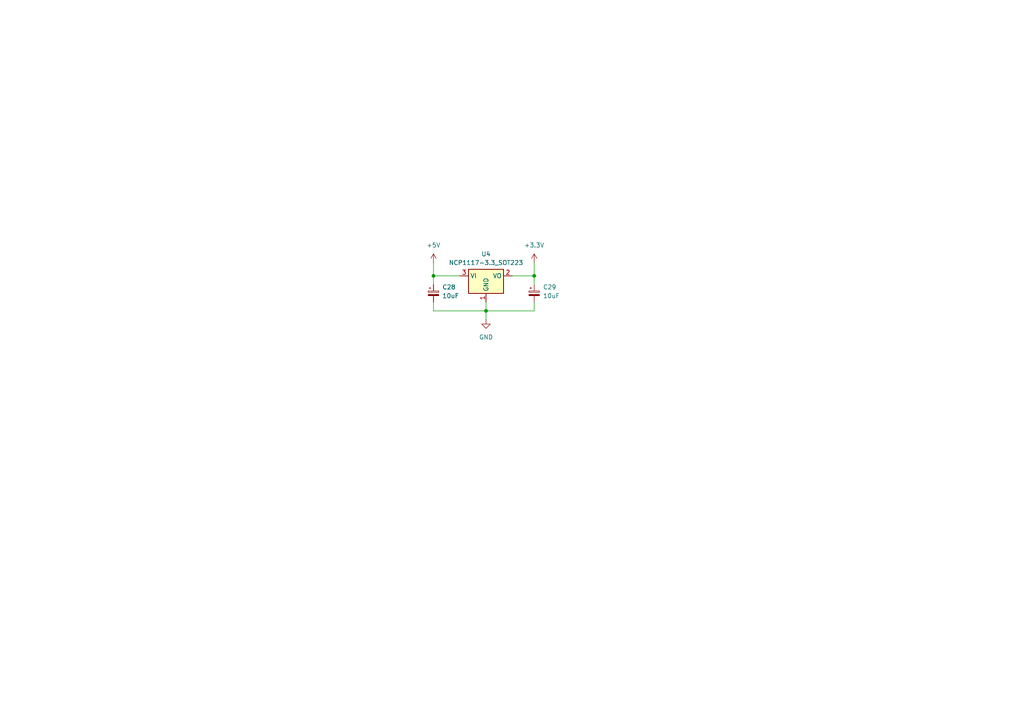
<source format=kicad_sch>
(kicad_sch (version 20250114) (generator "eeschema") (generator_version "9.0")
  (paper "A4")
  (title_block (title "POWER SUPPLY") (date "2025-02-21") (rev "0.1") (company "HUNTER INC."))
  (lib_symbols
    (symbol "Device:C_Polarized_Small" (pin_numbers (hide yes)) (pin_names (offset 0.254) (hide yes))
      (property "Reference" "C" (at 0.254 1.778 0))
      (property "Value" "C_Polarized_Small" (at 0.254 -2.032 0))
      (symbol "C_Polarized_Small_0_1"
        (rectangle (start -1.524 0.6858) (end 1.524 0.3048))
        (rectangle (start -1.524 -0.3048) (end 1.524 -0.6858) (fill (type outline)))
        (polyline (pts (xy -1.27 1.524) (xy -0.762 1.524)))
        (polyline (pts (xy -1.016 1.27) (xy -1.016 1.778)))
      )
      (symbol "C_Polarized_Small_1_1"
        (pin passive line (at 0 2.54 270) (length 1.8542) (name "~") (number "1"))
        (pin passive line (at 0 -2.54 90) (length 1.8542) (name "~") (number "2"))
      )
    )
    (symbol "Regulator_Linear:NCP1117-3.3_SOT223"
      (property "Reference" "U" (at -3.81 3.175 0))
      (property "Value" "NCP1117-3.3_SOT223" (at 0 3.175 0))
      (symbol "NCP1117-3.3_SOT223_0_1"
        (rectangle (start -5.08 -5.08) (end 5.08 1.905) (stroke (width 0.254)) (fill (type background)))
      )
      (symbol "NCP1117-3.3_SOT223_1_1"
        (pin power_in line (at -7.62 0 0) (length 2.54) (name "VI") (number "3"))
        (pin power_in line (at 0 -7.62 90) (length 2.54) (name "GND") (number "1"))
        (pin power_out line (at 7.62 0 180) (length 2.54) (name "VO") (number "2"))
      )
    )
    (symbol "power:+3.3V" (power) (pin_numbers (hide yes)) (pin_names (offset 0) (hide yes))
      (property "Value" "+3.3V" (at 0 3.556 0))
      (symbol "+3.3V_0_1"
        (polyline (pts (xy -0.762 1.27) (xy 0 2.54)))
        (polyline (pts (xy 0 2.54) (xy 0.762 1.27)))
        (polyline (pts (xy 0 0) (xy 0 2.54)))
      )
      (symbol "+3.3V_1_1"
        (pin power_in line (at 0 0 90) (length 0) (name "~") (number "1"))
      )
    )
    (symbol "power:+5V" (power) (pin_numbers (hide yes)) (pin_names (offset 0) (hide yes))
      (property "Value" "+5V" (at 0 3.556 0))
      (symbol "+5V_0_1"
        (polyline (pts (xy -0.762 1.27) (xy 0 2.54)))
        (polyline (pts (xy 0 2.54) (xy 0.762 1.27)))
        (polyline (pts (xy 0 0) (xy 0 2.54)))
      )
      (symbol "+5V_1_1"
        (pin power_in line (at 0 0 90) (length 0) (name "~") (number "1"))
      )
    )
    (symbol "power:GND" (power) (pin_numbers (hide yes)) (pin_names (offset 0) (hide yes))
      (property "Value" "GND" (at 0 -3.81 0))
      (symbol "GND_0_1"
        (polyline (pts (xy 0 0) (xy 0 -1.27) (xy 1.27 -1.27) (xy 0 -2.54) (xy -1.27 -1.27) (xy 0 -1.27)))
      )
      (symbol "GND_1_1"
        (pin power_in line (at 0 0 270) (length 0) (name "~") (number "1"))
      )
    )
  )
  (junction (at 140.97 90.17))
  (junction (at 154.94 80.01))
  (junction (at 125.73 80.01))
  (wire (pts (xy 154.94 90.17) (xy 140.97 90.17)))
  (wire (pts (xy 154.94 80.01) (xy 154.94 82.55)))
  (wire (pts (xy 140.97 90.17) (xy 140.97 92.71)))
  (wire (pts (xy 148.59 80.01) (xy 154.94 80.01)))
  (wire (pts (xy 133.35 80.01) (xy 125.73 80.01)))
  (wire (pts (xy 125.73 80.01) (xy 125.73 82.55)))
  (wire (pts (xy 125.73 76.2) (xy 125.73 80.01)))
  (wire (pts (xy 125.73 87.63) (xy 125.73 90.17)))
  (wire (pts (xy 154.94 76.2) (xy 154.94 80.01)))
  (wire (pts (xy 140.97 90.17) (xy 140.97 87.63)))
  (wire (pts (xy 154.94 87.63) (xy 154.94 90.17)))
  (wire (pts (xy 125.73 90.17) (xy 140.97 90.17)))
  (symbol (lib_id "power:GND") (at 140.97 92.71 0) (unit 1)
    (property "Reference" "#PWR048" (effects (hide yes)))
    (property "Value" "GND" (at 140.97 97.79 0))
    (property "Description" "Power symbol creates a global label with name \"GND\" , ground" (effects (hide yes)))
  )
  (symbol (lib_id "Device:C_Polarized_Small") (at 125.73 85.09 0) (unit 1)
    (property "Reference" "C28" (at 128.27 83.2738 0) (effects (justify left)))
    (property "Value" "10uF" (at 128.27 85.8138 0) (effects (justify left)))
    (property "Footprint" "Capacitor_SMD:CP_Elec_4x3" (effects (hide yes)))
    (property "Description" "Polarized capacitor, small symbol" (effects (hide yes)))
    (property "LCSC" "C13585" (effects (hide yes)))
  )
  (symbol (lib_id "Regulator_Linear:NCP1117-3.3_SOT223") (at 140.97 80.01 0) (unit 1)
    (property "Reference" "U4" (at 140.97 73.66 0))
    (property "Value" "NCP1117-3.3_SOT223" (at 140.97 76.2 0))
    (property "Footprint" "Package_TO_SOT_SMD:SOT-223-3_TabPin2" (effects (hide yes)))
    (property "Datasheet" "http://www.onsemi.com/pub_link/Collateral/NCP1117-D.PDF" (effects (hide yes)))
    (property "Description" "1A Low drop-out regulator, Fixed Output 3.3V, SOT-223" (effects (hide yes)))
  )
  (symbol (lib_id "Device:C_Polarized_Small") (at 154.94 85.09 0) (unit 1)
    (property "Reference" "C29" (at 157.48 83.2738 0) (effects (justify left)))
    (property "Value" "10uF" (at 157.48 85.8138 0) (effects (justify left)))
    (property "Footprint" "Capacitor_SMD:CP_Elec_4x3" (effects (hide yes)))
    (property "Description" "Polarized capacitor, small symbol" (effects (hide yes)))
    (property "LCSC" "C13585" (effects (hide yes)))
  )
  (symbol (lib_id "power:+3.3V") (at 154.94 76.2 0) (unit 1)
    (property "Reference" "#PWR046" (effects (hide yes)))
    (property "Value" "+3.3V" (at 154.94 71.12 0))
    (property "Description" "Power symbol creates a global label with name \"+3.3V\"" (effects (hide yes)))
  )
  (symbol (lib_id "power:+5V") (at 125.73 76.2 0) (unit 1)
    (property "Reference" "#PWR047" (effects (hide yes)))
    (property "Value" "+5V" (at 125.73 71.12 0))
    (property "Description" "Power symbol creates a global label with name \"+5V\"" (effects (hide yes)))
  )
)
</source>
